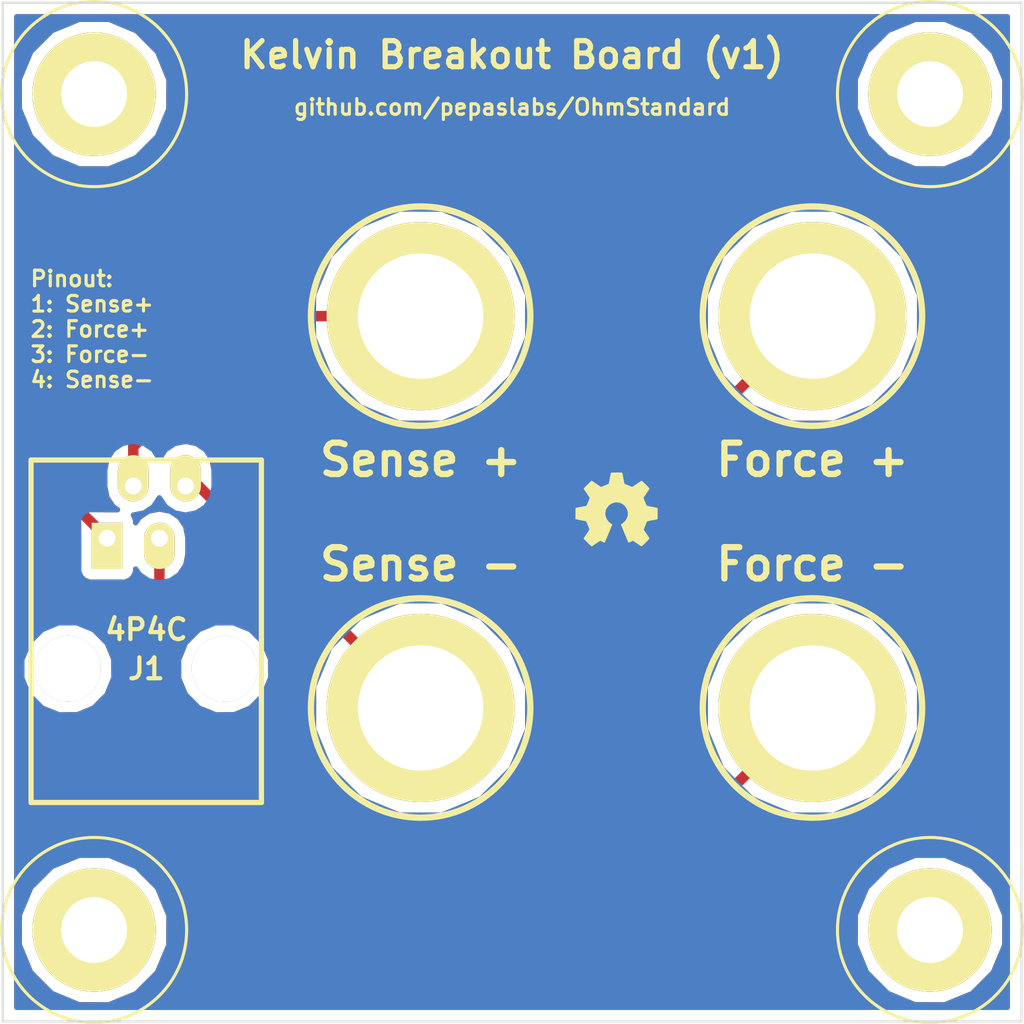
<source format=kicad_pcb>
(kicad_pcb (version 3) (host pcbnew "(2013-07-07 BZR 4022)-stable")

  (general
    (links 4)
    (no_connects 0)
    (area 164.715999 87.880999 215.014001 138.179001)
    (thickness 1.6)
    (drawings 7)
    (tracks 16)
    (zones 0)
    (modules 10)
    (nets 5)
  )

  (page A3)
  (layers
    (15 F.Cu signal)
    (0 B.Cu signal)
    (16 B.Adhes user)
    (17 F.Adhes user)
    (18 B.Paste user)
    (19 F.Paste user)
    (20 B.SilkS user)
    (21 F.SilkS user)
    (22 B.Mask user)
    (23 F.Mask user)
    (24 Dwgs.User user)
    (25 Cmts.User user)
    (26 Eco1.User user)
    (27 Eco2.User user)
    (28 Edge.Cuts user)
  )

  (setup
    (last_trace_width 0.508)
    (user_trace_width 0.508)
    (trace_clearance 0.254)
    (zone_clearance 0.508)
    (zone_45_only no)
    (trace_min 0.254)
    (segment_width 0.2)
    (edge_width 0.1)
    (via_size 0.889)
    (via_drill 0.635)
    (via_min_size 0.889)
    (via_min_drill 0.508)
    (uvia_size 0.508)
    (uvia_drill 0.127)
    (uvias_allowed no)
    (uvia_min_size 0.508)
    (uvia_min_drill 0.127)
    (pcb_text_width 0.3)
    (pcb_text_size 1.5 1.5)
    (mod_edge_width 0.15)
    (mod_text_size 1 1)
    (mod_text_width 0.15)
    (pad_size 1.5 1.5)
    (pad_drill 0.6)
    (pad_to_mask_clearance 0)
    (aux_axis_origin 0 0)
    (visible_elements FFFFFFBF)
    (pcbplotparams
      (layerselection 284196865)
      (usegerberextensions true)
      (excludeedgelayer true)
      (linewidth 0.150000)
      (plotframeref false)
      (viasonmask false)
      (mode 1)
      (useauxorigin false)
      (hpglpennumber 1)
      (hpglpenspeed 20)
      (hpglpendiameter 15)
      (hpglpenoverlay 2)
      (psnegative false)
      (psa4output false)
      (plotreference true)
      (plotvalue true)
      (plotothertext true)
      (plotinvisibletext false)
      (padsonsilk false)
      (subtractmaskfromsilk false)
      (outputformat 1)
      (mirror false)
      (drillshape 0)
      (scaleselection 1)
      (outputdirectory gerbers_kelvin_breakout/))
  )

  (net 0 "")
  (net 1 N-000001)
  (net 2 N-000006)
  (net 3 N-000007)
  (net 4 N-000008)

  (net_class Default "This is the default net class."
    (clearance 0.254)
    (trace_width 0.254)
    (via_dia 0.889)
    (via_drill 0.635)
    (uvia_dia 0.508)
    (uvia_drill 0.127)
    (add_net "")
    (add_net N-000001)
    (add_net N-000006)
    (add_net N-000007)
    (add_net N-000008)
  )

  (module Banana_A (layer F.Cu) (tedit 53B10222) (tstamp 53B0FF3B)
    (at 185.42 103.505)
    (path /53B0FE1B)
    (fp_text reference P1 (at 0 -6) (layer F.SilkS) hide
      (effects (font (size 0.762 0.762) (thickness 0.1524)))
    )
    (fp_text value "Sense +" (at 0 6.985) (layer F.SilkS)
      (effects (font (size 1.524 1.524) (thickness 0.3048)))
    )
    (fp_circle (center 0 0) (end 5.334 0) (layer F.SilkS) (width 0.3048))
    (pad 1 thru_hole circle (at 0 0) (size 9.144 9.144) (drill 6.096)
      (layers *.Cu *.Mask F.SilkS)
      (net 4 N-000008)
    )
  )

  (module Banana_A (layer F.Cu) (tedit 53B10241) (tstamp 53B0FF41)
    (at 204.47 103.505)
    (path /53B0FE2A)
    (fp_text reference P2 (at 0 -6) (layer F.SilkS) hide
      (effects (font (size 0.762 0.762) (thickness 0.1524)))
    )
    (fp_text value "Force +" (at 0 6.985) (layer F.SilkS)
      (effects (font (size 1.524 1.524) (thickness 0.3048)))
    )
    (fp_circle (center 0 0) (end 5.334 0) (layer F.SilkS) (width 0.3048))
    (pad 1 thru_hole circle (at 0 0) (size 9.144 9.144) (drill 6.096)
      (layers *.Cu *.Mask F.SilkS)
      (net 1 N-000001)
    )
  )

  (module Banana_A (layer F.Cu) (tedit 53B1026A) (tstamp 53B0FF47)
    (at 204.47 122.555)
    (path /53B0FE39)
    (fp_text reference P3 (at 0 -6) (layer F.SilkS) hide
      (effects (font (size 0.762 0.762) (thickness 0.1524)))
    )
    (fp_text value "Force -" (at 0 -6.985) (layer F.SilkS)
      (effects (font (size 1.524 1.524) (thickness 0.3048)))
    )
    (fp_circle (center 0 0) (end 5.334 0) (layer F.SilkS) (width 0.3048))
    (pad 1 thru_hole circle (at 0 0) (size 9.144 9.144) (drill 6.096)
      (layers *.Cu *.Mask F.SilkS)
      (net 3 N-000007)
    )
  )

  (module Banana_A (layer F.Cu) (tedit 53B10278) (tstamp 53B0FF4D)
    (at 185.42 122.555)
    (path /53B0FE48)
    (fp_text reference P4 (at 0 -6) (layer F.SilkS) hide
      (effects (font (size 0.762 0.762) (thickness 0.1524)))
    )
    (fp_text value "Sense -" (at 0 -6.985) (layer F.SilkS)
      (effects (font (size 1.524 1.524) (thickness 0.3048)))
    )
    (fp_circle (center 0 0) (end 5.334 0) (layer F.SilkS) (width 0.3048))
    (pad 1 thru_hole circle (at 0 0) (size 9.144 9.144) (drill 6.096)
      (layers *.Cu *.Mask F.SilkS)
      (net 2 N-000006)
    )
  )

  (module A-2014-3-4-N-T-R_059Bo (layer F.Cu) (tedit 53B0F156) (tstamp 53B0FF5B)
    (at 170.18 114.3)
    (path /53B0FE0C)
    (fp_text reference J1 (at 1.905 6.35) (layer F.SilkS)
      (effects (font (size 1.016 1.016) (thickness 0.2032)))
    )
    (fp_text value 4P4C (at 1.905 4.445) (layer F.SilkS)
      (effects (font (size 1.016 1.016) (thickness 0.2032)))
    )
    (fp_line (start -3.7 -3.8) (end -3.7 12.85) (layer F.SilkS) (width 0.254))
    (fp_line (start 7.5 -3.8) (end 7.5 12.85) (layer F.SilkS) (width 0.254))
    (fp_line (start -3.7 -3.8) (end 7.5 -3.8) (layer F.SilkS) (width 0.254))
    (fp_line (start -3.7 12.85) (end 7.5 12.85) (layer F.SilkS) (width 0.254))
    (pad 2 thru_hole oval (at 1.27 -2.54) (size 1.4986 2.2479) (drill 0.8128 (offset 0 -0.37465))
      (layers *.Cu *.Mask F.SilkS)
      (net 1 N-000001)
    )
    (pad 4 thru_hole oval (at 3.81 -2.54) (size 1.4986 2.2479) (drill 0.8128 (offset 0 -0.37465))
      (layers *.Cu *.Mask F.SilkS)
      (net 2 N-000006)
    )
    (pad 1 thru_hole rect (at 0 0) (size 1.4986 2.2479) (drill 0.8128 (offset 0 0.37465))
      (layers *.Cu *.Mask F.SilkS)
      (net 4 N-000008)
    )
    (pad 3 thru_hole oval (at 2.54 0) (size 1.4986 2.2479) (drill 0.8128 (offset 0 0.37465))
      (layers *.Cu *.Mask F.SilkS)
      (net 3 N-000007)
    )
    (pad "" thru_hole circle (at 5.71 6.35) (size 3.2 3.2) (drill 3.2)
      (layers *.Cu *.Mask F.SilkS)
    )
    (pad "" thru_hole circle (at -1.91 6.35) (size 3.2 3.2) (drill 3.2)
      (layers *.Cu *.Mask F.SilkS)
    )
  )

  (module hole_M3 (layer F.Cu) (tedit 532CF1F1) (tstamp 53B0FFD2)
    (at 210.185 133.35)
    (descr "M3 mounting hole")
    (path /53B0FFA6)
    (fp_text reference H1 (at 0 -3.048) (layer F.SilkS) hide
      (effects (font (size 1.016 1.016) (thickness 0.254)))
    )
    (fp_text value HOLE (at 0 2.794) (layer F.SilkS) hide
      (effects (font (size 1.016 1.016) (thickness 0.254)))
    )
    (fp_circle (center 0 0) (end 4.5 0) (layer F.SilkS) (width 0.15))
    (pad 1 thru_hole circle (at 0 0) (size 6 6) (drill 3.2)
      (layers *.Cu *.Mask F.SilkS)
    )
  )

  (module hole_M3 (layer F.Cu) (tedit 532CF1F1) (tstamp 53B0FFD8)
    (at 210.185 92.71)
    (descr "M3 mounting hole")
    (path /53B0FFB5)
    (fp_text reference H2 (at 0 -3.048) (layer F.SilkS) hide
      (effects (font (size 1.016 1.016) (thickness 0.254)))
    )
    (fp_text value HOLE (at 0 2.794) (layer F.SilkS) hide
      (effects (font (size 1.016 1.016) (thickness 0.254)))
    )
    (fp_circle (center 0 0) (end 4.5 0) (layer F.SilkS) (width 0.15))
    (pad 1 thru_hole circle (at 0 0) (size 6 6) (drill 3.2)
      (layers *.Cu *.Mask F.SilkS)
    )
  )

  (module hole_M3 (layer F.Cu) (tedit 532CF1F1) (tstamp 53B0FFDE)
    (at 169.545 133.35)
    (descr "M3 mounting hole")
    (path /53B0FFC4)
    (fp_text reference H3 (at 0 -3.048) (layer F.SilkS) hide
      (effects (font (size 1.016 1.016) (thickness 0.254)))
    )
    (fp_text value HOLE (at 0 2.794) (layer F.SilkS) hide
      (effects (font (size 1.016 1.016) (thickness 0.254)))
    )
    (fp_circle (center 0 0) (end 4.5 0) (layer F.SilkS) (width 0.15))
    (pad 1 thru_hole circle (at 0 0) (size 6 6) (drill 3.2)
      (layers *.Cu *.Mask F.SilkS)
    )
  )

  (module hole_M3 (layer F.Cu) (tedit 532CF1F1) (tstamp 53B0FFE4)
    (at 169.545 92.71)
    (descr "M3 mounting hole")
    (path /53B0FFD3)
    (fp_text reference H4 (at 0 -3.048) (layer F.SilkS) hide
      (effects (font (size 1.016 1.016) (thickness 0.254)))
    )
    (fp_text value HOLE (at 0 2.794) (layer F.SilkS) hide
      (effects (font (size 1.016 1.016) (thickness 0.254)))
    )
    (fp_circle (center 0 0) (end 4.5 0) (layer F.SilkS) (width 0.15))
    (pad 1 thru_hole circle (at 0 0) (size 6 6) (drill 3.2)
      (layers *.Cu *.Mask F.SilkS)
    )
  )

  (module OSHW-logo_silkscreen-front_4mm (layer F.Cu) (tedit 0) (tstamp 53B164C1)
    (at 194.945 112.903)
    (fp_text reference G*** (at 0 2.1209) (layer F.SilkS) hide
      (effects (font (size 0.18034 0.18034) (thickness 0.03556)))
    )
    (fp_text value OSHW-logo_silkscreen-front_4mm (at 0 -2.1209) (layer F.SilkS) hide
      (effects (font (size 0.18034 0.18034) (thickness 0.03556)))
    )
    (fp_poly (pts (xy -1.21158 1.79578) (xy -1.19126 1.78562) (xy -1.143 1.75514) (xy -1.07696 1.71196)
      (xy -0.99822 1.65862) (xy -0.91948 1.60528) (xy -0.85344 1.5621) (xy -0.80772 1.53162)
      (xy -0.78994 1.52146) (xy -0.77978 1.524) (xy -0.74168 1.54432) (xy -0.6858 1.57226)
      (xy -0.65532 1.5875) (xy -0.60452 1.61036) (xy -0.57912 1.61544) (xy -0.57658 1.60782)
      (xy -0.55626 1.56972) (xy -0.52832 1.50368) (xy -0.49022 1.41732) (xy -0.44704 1.31572)
      (xy -0.40132 1.2065) (xy -0.3556 1.09474) (xy -0.30988 0.98806) (xy -0.27178 0.89154)
      (xy -0.23876 0.81534) (xy -0.21844 0.75946) (xy -0.21082 0.7366) (xy -0.21336 0.73152)
      (xy -0.23876 0.70866) (xy -0.28194 0.67564) (xy -0.37846 0.5969) (xy -0.4699 0.48006)
      (xy -0.52832 0.34798) (xy -0.5461 0.20066) (xy -0.53086 0.06604) (xy -0.47752 -0.0635)
      (xy -0.38608 -0.18288) (xy -0.27432 -0.26924) (xy -0.14478 -0.32512) (xy 0 -0.3429)
      (xy 0.1397 -0.32766) (xy 0.27178 -0.27432) (xy 0.39116 -0.18542) (xy 0.43942 -0.127)
      (xy 0.508 -0.00762) (xy 0.54864 0.11938) (xy 0.55118 0.14986) (xy 0.5461 0.2921)
      (xy 0.50546 0.42672) (xy 0.4318 0.5461) (xy 0.32766 0.64516) (xy 0.31496 0.65532)
      (xy 0.2667 0.69088) (xy 0.23622 0.71374) (xy 0.21082 0.73406) (xy 0.38862 1.16586)
      (xy 0.41656 1.23444) (xy 0.46736 1.35128) (xy 0.51054 1.45288) (xy 0.54356 1.53416)
      (xy 0.56896 1.5875) (xy 0.57912 1.61036) (xy 0.57912 1.61036) (xy 0.59436 1.6129)
      (xy 0.62738 1.6002) (xy 0.68834 1.57226) (xy 0.72898 1.55194) (xy 0.7747 1.52908)
      (xy 0.79502 1.52146) (xy 0.8128 1.53162) (xy 0.85598 1.55956) (xy 0.91948 1.60274)
      (xy 0.99568 1.65354) (xy 1.06934 1.70434) (xy 1.13792 1.75006) (xy 1.18618 1.78054)
      (xy 1.21158 1.79324) (xy 1.21412 1.79324) (xy 1.23444 1.78054) (xy 1.27508 1.75006)
      (xy 1.3335 1.69418) (xy 1.41478 1.6129) (xy 1.42748 1.6002) (xy 1.49606 1.52908)
      (xy 1.55194 1.47066) (xy 1.59004 1.43002) (xy 1.60274 1.41224) (xy 1.60274 1.41224)
      (xy 1.59004 1.38684) (xy 1.55956 1.33858) (xy 1.51384 1.27) (xy 1.4605 1.19126)
      (xy 1.31826 0.98298) (xy 1.397 0.7874) (xy 1.41986 0.72898) (xy 1.45034 0.65532)
      (xy 1.4732 0.60452) (xy 1.4859 0.58166) (xy 1.50622 0.57404) (xy 1.55956 0.56134)
      (xy 1.6383 0.54356) (xy 1.72974 0.52832) (xy 1.81864 0.51054) (xy 1.89738 0.4953)
      (xy 1.9558 0.48514) (xy 1.9812 0.48006) (xy 1.98628 0.47498) (xy 1.99136 0.46228)
      (xy 1.99644 0.43688) (xy 1.99644 0.38862) (xy 1.99898 0.31242) (xy 1.99898 0.20066)
      (xy 1.99898 0.1905) (xy 1.99644 0.08382) (xy 1.99644 0) (xy 1.9939 -0.05334)
      (xy 1.98882 -0.07366) (xy 1.98882 -0.07366) (xy 1.96342 -0.08128) (xy 1.90754 -0.09144)
      (xy 1.8288 -0.10922) (xy 1.73228 -0.127) (xy 1.7272 -0.127) (xy 1.63322 -0.14478)
      (xy 1.55448 -0.16256) (xy 1.4986 -0.17526) (xy 1.47574 -0.18288) (xy 1.47066 -0.18796)
      (xy 1.45034 -0.22606) (xy 1.4224 -0.28448) (xy 1.39192 -0.3556) (xy 1.36144 -0.42926)
      (xy 1.3335 -0.49784) (xy 1.31572 -0.5461) (xy 1.31064 -0.56896) (xy 1.31064 -0.56896)
      (xy 1.32588 -0.59182) (xy 1.3589 -0.64262) (xy 1.40462 -0.70866) (xy 1.4605 -0.78994)
      (xy 1.46304 -0.79756) (xy 1.51892 -0.8763) (xy 1.5621 -0.94488) (xy 1.59258 -0.99314)
      (xy 1.60274 -1.01346) (xy 1.60274 -1.016) (xy 1.58496 -1.03886) (xy 1.54432 -1.08458)
      (xy 1.4859 -1.14554) (xy 1.41478 -1.21666) (xy 1.39192 -1.23698) (xy 1.31572 -1.31318)
      (xy 1.26238 -1.36398) (xy 1.22682 -1.38938) (xy 1.21158 -1.397) (xy 1.21158 -1.39446)
      (xy 1.18618 -1.38176) (xy 1.13538 -1.34874) (xy 1.0668 -1.30048) (xy 0.98552 -1.24714)
      (xy 0.98044 -1.24206) (xy 0.9017 -1.18872) (xy 0.83566 -1.143) (xy 0.7874 -1.11252)
      (xy 0.76708 -1.09982) (xy 0.762 -1.09982) (xy 0.73152 -1.10998) (xy 0.6731 -1.12776)
      (xy 0.60452 -1.1557) (xy 0.53086 -1.18618) (xy 0.46228 -1.21412) (xy 0.41148 -1.23698)
      (xy 0.38862 -1.24968) (xy 0.38862 -1.25222) (xy 0.37846 -1.28016) (xy 0.36576 -1.34112)
      (xy 0.34798 -1.4224) (xy 0.3302 -1.52146) (xy 0.32766 -1.5367) (xy 0.30988 -1.63068)
      (xy 0.29464 -1.70942) (xy 0.28194 -1.7653) (xy 0.27686 -1.78816) (xy 0.26416 -1.7907)
      (xy 0.2159 -1.79324) (xy 0.14478 -1.79578) (xy 0.05842 -1.79578) (xy -0.03048 -1.79578)
      (xy -0.11684 -1.79324) (xy -0.19304 -1.7907) (xy -0.24638 -1.78816) (xy -0.26924 -1.78308)
      (xy -0.27178 -1.78054) (xy -0.2794 -1.7526) (xy -0.2921 -1.69164) (xy -0.30988 -1.61036)
      (xy -0.32766 -1.5113) (xy -0.3302 -1.49352) (xy -0.34798 -1.39954) (xy -0.36576 -1.3208)
      (xy -0.37592 -1.26746) (xy -0.38354 -1.24714) (xy -0.39116 -1.24206) (xy -0.42926 -1.22428)
      (xy -0.49276 -1.19888) (xy -0.57404 -1.16586) (xy -0.75692 -1.0922) (xy -0.98044 -1.24714)
      (xy -1.00076 -1.25984) (xy -1.08204 -1.31572) (xy -1.14808 -1.3589) (xy -1.1938 -1.38938)
      (xy -1.21412 -1.39954) (xy -1.21412 -1.39954) (xy -1.23698 -1.37922) (xy -1.2827 -1.33858)
      (xy -1.34366 -1.27762) (xy -1.41224 -1.20904) (xy -1.46558 -1.1557) (xy -1.52654 -1.0922)
      (xy -1.56718 -1.05156) (xy -1.5875 -1.02362) (xy -1.59512 -1.00584) (xy -1.59258 -0.99568)
      (xy -1.57988 -0.97282) (xy -1.54686 -0.92456) (xy -1.50114 -0.85598) (xy -1.44526 -0.77724)
      (xy -1.39954 -0.70866) (xy -1.35128 -0.635) (xy -1.3208 -0.58166) (xy -1.3081 -0.55372)
      (xy -1.31064 -0.54356) (xy -1.32842 -0.50038) (xy -1.35382 -0.4318) (xy -1.38684 -0.35306)
      (xy -1.46558 -0.17526) (xy -1.58242 -0.15494) (xy -1.65354 -0.1397) (xy -1.7526 -0.12192)
      (xy -1.84658 -0.10414) (xy -1.9939 -0.07366) (xy -1.99898 0.46482) (xy -1.97612 0.47498)
      (xy -1.95326 0.4826) (xy -1.89992 0.49276) (xy -1.82118 0.508) (xy -1.72974 0.52578)
      (xy -1.651 0.54102) (xy -1.57226 0.55626) (xy -1.51638 0.56642) (xy -1.49098 0.5715)
      (xy -1.48336 0.58166) (xy -1.46304 0.61976) (xy -1.4351 0.68072) (xy -1.40462 0.75438)
      (xy -1.37414 0.82804) (xy -1.3462 0.89916) (xy -1.32588 0.9525) (xy -1.31826 0.98044)
      (xy -1.32842 1.00076) (xy -1.3589 1.04648) (xy -1.40208 1.11252) (xy -1.45542 1.19126)
      (xy -1.5113 1.27) (xy -1.55448 1.33858) (xy -1.5875 1.38684) (xy -1.6002 1.40716)
      (xy -1.59258 1.4224) (xy -1.5621 1.4605) (xy -1.50368 1.52146) (xy -1.41478 1.61036)
      (xy -1.39954 1.62306) (xy -1.33096 1.69164) (xy -1.27 1.74498) (xy -1.22936 1.78308)
      (xy -1.21158 1.79578)) (layer F.SilkS) (width 0.00254))
  )

  (gr_text github.com/pepaslabs/OhmStandard (at 189.865 93.345) (layer F.SilkS)
    (effects (font (size 0.762 0.762) (thickness 0.1524)))
  )
  (gr_text "Kelvin Breakout Board (v1)" (at 189.865 90.805) (layer F.SilkS)
    (effects (font (size 1.27 1.27) (thickness 0.254)))
  )
  (gr_text "Pinout:\n1: Sense+\n2: Force+\n3: Force-\n4: Sense-" (at 166.37 104.14) (layer F.SilkS)
    (effects (font (size 0.762 0.762) (thickness 0.1524)) (justify left))
  )
  (gr_line (start 165.1 137.795) (end 165.1 88.265) (angle 90) (layer Edge.Cuts) (width 0.1))
  (gr_line (start 214.63 137.795) (end 165.1 137.795) (angle 90) (layer Edge.Cuts) (width 0.1))
  (gr_line (start 214.63 88.265) (end 214.63 137.795) (angle 90) (layer Edge.Cuts) (width 0.1))
  (gr_line (start 165.1 88.265) (end 214.63 88.265) (angle 90) (layer Edge.Cuts) (width 0.1))

  (segment (start 171.45 111.76) (end 171.45 109.855) (width 0.508) (layer F.Cu) (net 1) (status 400000))
  (segment (start 196.85 111.125) (end 204.47 103.505) (width 0.508) (layer F.Cu) (net 1) (tstamp 53B164E7) (status 800000))
  (segment (start 180.34 111.125) (end 196.85 111.125) (width 0.508) (layer F.Cu) (net 1) (tstamp 53B164E5))
  (segment (start 177.8 108.585) (end 180.34 111.125) (width 0.508) (layer F.Cu) (net 1) (tstamp 53B164E3))
  (segment (start 172.72 108.585) (end 177.8 108.585) (width 0.508) (layer F.Cu) (net 1) (tstamp 53B164E2))
  (segment (start 171.45 109.855) (end 172.72 108.585) (width 0.508) (layer F.Cu) (net 1) (tstamp 53B164E1))
  (segment (start 173.99 111.76) (end 174.625 111.76) (width 0.508) (layer F.Cu) (net 2) (status C00000))
  (segment (start 174.625 111.76) (end 185.42 122.555) (width 0.508) (layer F.Cu) (net 2) (tstamp 53B164DE) (status C00000))
  (segment (start 172.72 114.3) (end 172.72 122.555) (width 0.508) (layer F.Cu) (net 3) (status 400000))
  (segment (start 196.215 130.81) (end 204.47 122.555) (width 0.508) (layer F.Cu) (net 3) (tstamp 53B164EF) (status 800000))
  (segment (start 180.975 130.81) (end 196.215 130.81) (width 0.508) (layer F.Cu) (net 3) (tstamp 53B164ED))
  (segment (start 172.72 122.555) (end 180.975 130.81) (width 0.508) (layer F.Cu) (net 3) (tstamp 53B164EB))
  (segment (start 170.18 114.3) (end 168.91 113.03) (width 0.508) (layer F.Cu) (net 4) (status 400000))
  (segment (start 174.625 103.505) (end 185.42 103.505) (width 0.508) (layer F.Cu) (net 4) (tstamp 53B164DA) (status 800000))
  (segment (start 168.91 109.22) (end 174.625 103.505) (width 0.508) (layer F.Cu) (net 4) (tstamp 53B164D8))
  (segment (start 168.91 113.03) (end 168.91 109.22) (width 0.508) (layer F.Cu) (net 4) (tstamp 53B164D7))

  (zone (net 0) (net_name "") (layer F.Cu) (tstamp 53B164F3) (hatch edge 0.508)
    (connect_pads (clearance 0.508))
    (min_thickness 0.254)
    (fill (arc_segments 16) (thermal_gap 0.508) (thermal_bridge_width 0.508))
    (polygon
      (pts
        (xy 214.63 137.795) (xy 165.1 137.795) (xy 165.1 88.265) (xy 214.63 88.265)
      )
    )
    (filled_polygon
      (pts
        (xy 213.945 137.11) (xy 213.823566 137.11) (xy 213.823566 132.645125) (xy 213.823566 92.005125) (xy 213.820622 91.997916)
        (xy 213.820629 91.990126) (xy 213.547344 91.328727) (xy 213.276853 90.666361) (xy 213.268486 90.653839) (xy 213.268399 90.653628)
        (xy 213.268235 90.653464) (xy 213.256277 90.635567) (xy 213.235139 90.62031) (xy 212.270318 89.653805) (xy 212.259433 89.638723)
        (xy 212.252251 89.635706) (xy 212.24675 89.630195) (xy 211.585909 89.355789) (xy 210.926199 89.078659) (xy 210.918411 89.07862)
        (xy 210.911218 89.075633) (xy 210.195542 89.075008) (xy 209.480125 89.071434) (xy 209.472916 89.074377) (xy 209.465126 89.074371)
        (xy 208.803727 89.347655) (xy 208.141361 89.618147) (xy 208.128839 89.626513) (xy 208.128628 89.626601) (xy 208.128464 89.626764)
        (xy 208.110567 89.638723) (xy 208.09531 89.65986) (xy 207.128805 90.624681) (xy 207.113723 90.635567) (xy 207.110706 90.642748)
        (xy 207.105195 90.64825) (xy 206.830789 91.30909) (xy 206.553659 91.968801) (xy 206.55362 91.976588) (xy 206.550633 91.983782)
        (xy 206.550008 92.699457) (xy 206.546434 93.414875) (xy 206.549377 93.422083) (xy 206.549371 93.429874) (xy 206.822655 94.091272)
        (xy 207.093147 94.753639) (xy 207.101513 94.76616) (xy 207.101601 94.766372) (xy 207.101764 94.766535) (xy 207.113723 94.784433)
        (xy 207.13486 94.799689) (xy 208.099681 95.766194) (xy 208.110567 95.781277) (xy 208.117748 95.784293) (xy 208.12325 95.789805)
        (xy 208.78409 96.06421) (xy 209.443801 96.341341) (xy 209.451588 96.341379) (xy 209.458782 96.344367) (xy 210.174457 96.344991)
        (xy 210.889875 96.348566) (xy 210.897083 96.345622) (xy 210.904874 96.345629) (xy 211.566272 96.072344) (xy 212.228639 95.801853)
        (xy 212.24116 95.793486) (xy 212.241372 95.793399) (xy 212.241535 95.793235) (xy 212.259433 95.781277) (xy 212.274689 95.760139)
        (xy 213.241194 94.795318) (xy 213.256277 94.784433) (xy 213.259293 94.777251) (xy 213.264805 94.77175) (xy 213.53921 94.110909)
        (xy 213.816341 93.451199) (xy 213.816379 93.443411) (xy 213.819367 93.436218) (xy 213.819991 92.720542) (xy 213.823566 92.005125)
        (xy 213.823566 132.645125) (xy 213.820622 132.637916) (xy 213.820629 132.630126) (xy 213.547344 131.968727) (xy 213.276853 131.306361)
        (xy 213.268486 131.293839) (xy 213.268399 131.293628) (xy 213.268235 131.293464) (xy 213.256277 131.275567) (xy 213.235139 131.26031)
        (xy 212.270318 130.293805) (xy 212.259433 130.278723) (xy 212.252251 130.275706) (xy 212.24675 130.270195) (xy 211.585909 129.995789)
        (xy 210.926199 129.718659) (xy 210.918411 129.71862) (xy 210.911218 129.715633) (xy 210.195542 129.715008) (xy 209.677902 129.712422)
        (xy 209.677902 121.523808) (xy 208.886854 119.609325) (xy 207.42338 118.143294) (xy 205.51028 117.348906) (xy 203.438808 117.347098)
        (xy 201.524325 118.138146) (xy 200.058294 119.60162) (xy 199.263906 121.51472) (xy 199.262098 123.586192) (xy 200.053146 125.500675)
        (xy 200.160024 125.607739) (xy 195.846763 129.921) (xy 181.343236 129.921) (xy 178.132026 126.70979) (xy 178.132026 121.057654)
        (xy 178.125015 120.632574) (xy 178.125387 120.207381) (xy 178.117697 120.188769) (xy 178.117365 120.168637) (xy 177.80536 119.41539)
        (xy 177.796155 119.41058) (xy 177.785845 119.385628) (xy 177.157679 118.756364) (xy 177.129943 118.744847) (xy 177.12461 118.73464)
        (xy 176.729203 118.578445) (xy 176.336519 118.415389) (xy 176.31638 118.415371) (xy 176.297654 118.407974) (xy 175.872574 118.414984)
        (xy 175.447381 118.414613) (xy 175.428769 118.422302) (xy 175.408637 118.422635) (xy 174.65539 118.73464) (xy 174.65058 118.743844)
        (xy 174.625628 118.754155) (xy 173.996364 119.382321) (xy 173.984847 119.410056) (xy 173.97464 119.41539) (xy 173.818445 119.810796)
        (xy 173.655389 120.203481) (xy 173.655371 120.223619) (xy 173.647974 120.242346) (xy 173.654984 120.667425) (xy 173.654613 121.092619)
        (xy 173.662302 121.11123) (xy 173.662635 121.131363) (xy 173.97464 121.88461) (xy 173.983844 121.889419) (xy 173.994155 121.914372)
        (xy 174.622321 122.543636) (xy 174.650056 122.555152) (xy 174.65539 122.56536) (xy 175.050796 122.721554) (xy 175.443481 122.884611)
        (xy 175.463619 122.884628) (xy 175.482346 122.892026) (xy 175.907425 122.885015) (xy 176.332619 122.885387) (xy 176.35123 122.877697)
        (xy 176.371363 122.877365) (xy 177.12461 122.56536) (xy 177.129419 122.556155) (xy 177.154372 122.545845) (xy 177.783636 121.917679)
        (xy 177.795152 121.889943) (xy 177.80536 121.88461) (xy 177.961554 121.489203) (xy 178.124611 121.096519) (xy 178.124628 121.07638)
        (xy 178.132026 121.057654) (xy 178.132026 126.70979) (xy 173.609 122.186764) (xy 173.609 116.122641) (xy 173.698848 116.062607)
        (xy 173.998926 115.613508) (xy 174.1043 115.083759) (xy 174.1043 114.265541) (xy 173.998926 113.735792) (xy 173.698848 113.286693)
        (xy 173.249749 112.986615) (xy 172.72 112.881241) (xy 172.190251 112.986615) (xy 171.741152 113.286693) (xy 171.56441 113.551206)
        (xy 171.56441 113.424945) (xy 171.467941 113.191471) (xy 171.454381 113.177887) (xy 171.979749 113.073385) (xy 172.428848 112.773307)
        (xy 172.72 112.337566) (xy 173.011152 112.773307) (xy 173.460251 113.073385) (xy 173.99 113.178759) (xy 174.519749 113.073385)
        (xy 174.616501 113.008737) (xy 181.108926 119.501162) (xy 181.008294 119.60162) (xy 180.213906 121.51472) (xy 180.212098 123.586192)
        (xy 181.003146 125.500675) (xy 182.46662 126.966706) (xy 184.37972 127.761094) (xy 186.451192 127.762902) (xy 188.365675 126.971854)
        (xy 189.831706 125.50838) (xy 190.626094 123.59528) (xy 190.627902 121.523808) (xy 189.836854 119.609325) (xy 188.37338 118.143294)
        (xy 186.46028 117.348906) (xy 184.388808 117.347098) (xy 182.474325 118.138146) (xy 182.36726 118.245024) (xy 175.3743 111.252064)
        (xy 175.3743 110.976241) (xy 175.268926 110.446492) (xy 174.968848 109.997393) (xy 174.519749 109.697315) (xy 173.99 109.591941)
        (xy 173.460251 109.697315) (xy 173.011152 109.997393) (xy 172.72 110.433133) (xy 172.483319 110.078916) (xy 173.088236 109.474)
        (xy 177.431764 109.474) (xy 179.711382 111.753618) (xy 179.999794 111.946329) (xy 180.34 112.014) (xy 196.85 112.014)
        (xy 197.190205 111.946329) (xy 197.190206 111.946329) (xy 197.478618 111.753618) (xy 201.416162 107.816073) (xy 201.51662 107.916706)
        (xy 203.42972 108.711094) (xy 205.501192 108.712902) (xy 207.415675 107.921854) (xy 208.881706 106.45838) (xy 209.676094 104.54528)
        (xy 209.677902 102.473808) (xy 208.886854 100.559325) (xy 207.42338 99.093294) (xy 205.51028 98.298906) (xy 203.438808 98.297098)
        (xy 201.524325 99.088146) (xy 200.058294 100.55162) (xy 199.263906 102.46472) (xy 199.262098 104.536192) (xy 200.053146 106.450675)
        (xy 200.160024 106.557739) (xy 196.481763 110.236) (xy 180.708236 110.236) (xy 178.428618 107.956382) (xy 178.140206 107.763671)
        (xy 177.8 107.696) (xy 172.72 107.696) (xy 172.379794 107.763671) (xy 172.091382 107.956382) (xy 170.821382 109.226382)
        (xy 170.628671 109.514794) (xy 170.561 109.855) (xy 170.561 109.937358) (xy 170.471152 109.997393) (xy 170.171074 110.446492)
        (xy 170.0657 110.976241) (xy 170.0657 111.794459) (xy 170.171074 112.324208) (xy 170.471152 112.773307) (xy 170.684093 112.91559)
        (xy 170.052826 112.91559) (xy 169.799 112.661764) (xy 169.799 109.588236) (xy 174.993236 104.394) (xy 180.212222 104.394)
        (xy 180.212098 104.536192) (xy 181.003146 106.450675) (xy 182.46662 107.916706) (xy 184.37972 108.711094) (xy 186.451192 108.712902)
        (xy 188.365675 107.921854) (xy 189.831706 106.45838) (xy 190.626094 104.54528) (xy 190.627902 102.473808) (xy 189.836854 100.559325)
        (xy 188.37338 99.093294) (xy 186.46028 98.298906) (xy 184.388808 98.297098) (xy 182.474325 99.088146) (xy 181.008294 100.55162)
        (xy 180.213906 102.46472) (xy 180.213773 102.616) (xy 174.625 102.616) (xy 174.284794 102.683671) (xy 173.996382 102.876382)
        (xy 173.183566 103.689198) (xy 173.183566 92.005125) (xy 173.180622 91.997916) (xy 173.180629 91.990126) (xy 172.907344 91.328727)
        (xy 172.636853 90.666361) (xy 172.628486 90.653839) (xy 172.628399 90.653628) (xy 172.628235 90.653464) (xy 172.616277 90.635567)
        (xy 172.595139 90.62031) (xy 171.630318 89.653805) (xy 171.619433 89.638723) (xy 171.612251 89.635706) (xy 171.60675 89.630195)
        (xy 170.945909 89.355789) (xy 170.286199 89.078659) (xy 170.278411 89.07862) (xy 170.271218 89.075633) (xy 169.555542 89.075008)
        (xy 168.840125 89.071434) (xy 168.832916 89.074377) (xy 168.825126 89.074371) (xy 168.163727 89.347655) (xy 167.501361 89.618147)
        (xy 167.488839 89.626513) (xy 167.488628 89.626601) (xy 167.488464 89.626764) (xy 167.470567 89.638723) (xy 167.45531 89.65986)
        (xy 166.488805 90.624681) (xy 166.473723 90.635567) (xy 166.470706 90.642748) (xy 166.465195 90.64825) (xy 166.190789 91.30909)
        (xy 165.913659 91.968801) (xy 165.91362 91.976588) (xy 165.910633 91.983782) (xy 165.910008 92.699457) (xy 165.906434 93.414875)
        (xy 165.909377 93.422083) (xy 165.909371 93.429874) (xy 166.182655 94.091272) (xy 166.453147 94.753639) (xy 166.461513 94.76616)
        (xy 166.461601 94.766372) (xy 166.461764 94.766535) (xy 166.473723 94.784433) (xy 166.49486 94.799689) (xy 167.459681 95.766194)
        (xy 167.470567 95.781277) (xy 167.477748 95.784293) (xy 167.48325 95.789805) (xy 168.14409 96.06421) (xy 168.803801 96.341341)
        (xy 168.811588 96.341379) (xy 168.818782 96.344367) (xy 169.534457 96.344991) (xy 170.249875 96.348566) (xy 170.257083 96.345622)
        (xy 170.264874 96.345629) (xy 170.926272 96.072344) (xy 171.588639 95.801853) (xy 171.60116 95.793486) (xy 171.601372 95.793399)
        (xy 171.601535 95.793235) (xy 171.619433 95.781277) (xy 171.634689 95.760139) (xy 172.601194 94.795318) (xy 172.616277 94.784433)
        (xy 172.619293 94.777251) (xy 172.624805 94.77175) (xy 172.89921 94.110909) (xy 173.176341 93.451199) (xy 173.176379 93.443411)
        (xy 173.179367 93.436218) (xy 173.179991 92.720542) (xy 173.183566 92.005125) (xy 173.183566 103.689198) (xy 168.281382 108.591382)
        (xy 168.088671 108.879794) (xy 168.021 109.22) (xy 168.021 113.03) (xy 168.088671 113.370206) (xy 168.281382 113.658618)
        (xy 168.79559 114.172826) (xy 168.79559 115.924355) (xy 168.892059 116.157829) (xy 169.070532 116.336613) (xy 169.303836 116.433489)
        (xy 169.556455 116.43371) (xy 171.055055 116.43371) (xy 171.288529 116.337241) (xy 171.467313 116.158768) (xy 171.564189 115.925464)
        (xy 171.5643 115.797929) (xy 171.741152 116.062607) (xy 171.831 116.122641) (xy 171.831 122.555) (xy 171.898671 122.895206)
        (xy 172.091382 123.183618) (xy 180.346381 131.438617) (xy 180.346382 131.438618) (xy 180.634794 131.631329) (xy 180.974999 131.698999)
        (xy 180.975 131.699) (xy 196.215 131.699) (xy 196.555205 131.631329) (xy 196.555206 131.631329) (xy 196.843618 131.438618)
        (xy 201.416162 126.866073) (xy 201.51662 126.966706) (xy 203.42972 127.761094) (xy 205.501192 127.762902) (xy 207.415675 126.971854)
        (xy 208.881706 125.50838) (xy 209.676094 123.59528) (xy 209.677902 121.523808) (xy 209.677902 129.712422) (xy 209.480125 129.711434)
        (xy 209.472916 129.714377) (xy 209.465126 129.714371) (xy 208.803727 129.987655) (xy 208.141361 130.258147) (xy 208.128839 130.266513)
        (xy 208.128628 130.266601) (xy 208.128464 130.266764) (xy 208.110567 130.278723) (xy 208.09531 130.29986) (xy 207.128805 131.264681)
        (xy 207.113723 131.275567) (xy 207.110706 131.282748) (xy 207.105195 131.28825) (xy 206.830789 131.94909) (xy 206.553659 132.608801)
        (xy 206.55362 132.616588) (xy 206.550633 132.623782) (xy 206.550008 133.339457) (xy 206.546434 134.054875) (xy 206.549377 134.062083)
        (xy 206.549371 134.069874) (xy 206.822655 134.731272) (xy 207.093147 135.393639) (xy 207.101513 135.40616) (xy 207.101601 135.406372)
        (xy 207.101764 135.406535) (xy 207.113723 135.424433) (xy 207.13486 135.439689) (xy 208.099681 136.406194) (xy 208.110567 136.421277)
        (xy 208.117748 136.424293) (xy 208.12325 136.429805) (xy 208.78409 136.70421) (xy 209.443801 136.981341) (xy 209.451588 136.981379)
        (xy 209.458782 136.984367) (xy 210.174457 136.984991) (xy 210.889875 136.988566) (xy 210.897083 136.985622) (xy 210.904874 136.985629)
        (xy 211.566272 136.712344) (xy 212.228639 136.441853) (xy 212.24116 136.433486) (xy 212.241372 136.433399) (xy 212.241535 136.433235)
        (xy 212.259433 136.421277) (xy 212.274689 136.400139) (xy 213.241194 135.435318) (xy 213.256277 135.424433) (xy 213.259293 135.417251)
        (xy 213.264805 135.41175) (xy 213.53921 134.750909) (xy 213.816341 134.091199) (xy 213.816379 134.083411) (xy 213.819367 134.076218)
        (xy 213.819991 133.360542) (xy 213.823566 132.645125) (xy 213.823566 137.11) (xy 173.183566 137.11) (xy 173.183566 132.645125)
        (xy 173.180622 132.637916) (xy 173.180629 132.630126) (xy 172.907344 131.968727) (xy 172.636853 131.306361) (xy 172.628486 131.293839)
        (xy 172.628399 131.293628) (xy 172.628235 131.293464) (xy 172.616277 131.275567) (xy 172.595139 131.26031) (xy 171.630318 130.293805)
        (xy 171.619433 130.278723) (xy 171.612251 130.275706) (xy 171.60675 130.270195) (xy 170.945909 129.995789) (xy 170.512026 129.813524)
        (xy 170.512026 121.057654) (xy 170.505015 120.632574) (xy 170.505387 120.207381) (xy 170.497697 120.188769) (xy 170.497365 120.168637)
        (xy 170.18536 119.41539) (xy 170.176155 119.41058) (xy 170.165845 119.385628) (xy 169.537679 118.756364) (xy 169.509943 118.744847)
        (xy 169.50461 118.73464) (xy 169.109203 118.578445) (xy 168.716519 118.415389) (xy 168.69638 118.415371) (xy 168.677654 118.407974)
        (xy 168.252574 118.414984) (xy 167.827381 118.414613) (xy 167.808769 118.422302) (xy 167.788637 118.422635) (xy 167.03539 118.73464)
        (xy 167.03058 118.743844) (xy 167.005628 118.754155) (xy 166.376364 119.382321) (xy 166.364847 119.410056) (xy 166.35464 119.41539)
        (xy 166.198445 119.810796) (xy 166.035389 120.203481) (xy 166.035371 120.223619) (xy 166.027974 120.242346) (xy 166.034984 120.667425)
        (xy 166.034613 121.092619) (xy 166.042302 121.11123) (xy 166.042635 121.131363) (xy 166.35464 121.88461) (xy 166.363844 121.889419)
        (xy 166.374155 121.914372) (xy 167.002321 122.543636) (xy 167.030056 122.555152) (xy 167.03539 122.56536) (xy 167.430796 122.721554)
        (xy 167.823481 122.884611) (xy 167.843619 122.884628) (xy 167.862346 122.892026) (xy 168.287425 122.885015) (xy 168.712619 122.885387)
        (xy 168.73123 122.877697) (xy 168.751363 122.877365) (xy 169.50461 122.56536) (xy 169.509419 122.556155) (xy 169.534372 122.545845)
        (xy 170.163636 121.917679) (xy 170.175152 121.889943) (xy 170.18536 121.88461) (xy 170.341554 121.489203) (xy 170.504611 121.096519)
        (xy 170.504628 121.07638) (xy 170.512026 121.057654) (xy 170.512026 129.813524) (xy 170.286199 129.718659) (xy 170.278411 129.71862)
        (xy 170.271218 129.715633) (xy 169.555542 129.715008) (xy 168.840125 129.711434) (xy 168.832916 129.714377) (xy 168.825126 129.714371)
        (xy 168.163727 129.987655) (xy 167.501361 130.258147) (xy 167.488839 130.266513) (xy 167.488628 130.266601) (xy 167.488464 130.266764)
        (xy 167.470567 130.278723) (xy 167.45531 130.29986) (xy 166.488805 131.264681) (xy 166.473723 131.275567) (xy 166.470706 131.282748)
        (xy 166.465195 131.28825) (xy 166.190789 131.94909) (xy 165.913659 132.608801) (xy 165.91362 132.616588) (xy 165.910633 132.623782)
        (xy 165.910008 133.339457) (xy 165.906434 134.054875) (xy 165.909377 134.062083) (xy 165.909371 134.069874) (xy 166.182655 134.731272)
        (xy 166.453147 135.393639) (xy 166.461513 135.40616) (xy 166.461601 135.406372) (xy 166.461764 135.406535) (xy 166.473723 135.424433)
        (xy 166.49486 135.439689) (xy 167.459681 136.406194) (xy 167.470567 136.421277) (xy 167.477748 136.424293) (xy 167.48325 136.429805)
        (xy 168.14409 136.70421) (xy 168.803801 136.981341) (xy 168.811588 136.981379) (xy 168.818782 136.984367) (xy 169.534457 136.984991)
        (xy 170.249875 136.988566) (xy 170.257083 136.985622) (xy 170.264874 136.985629) (xy 170.926272 136.712344) (xy 171.588639 136.441853)
        (xy 171.60116 136.433486) (xy 171.601372 136.433399) (xy 171.601535 136.433235) (xy 171.619433 136.421277) (xy 171.634689 136.400139)
        (xy 172.601194 135.435318) (xy 172.616277 135.424433) (xy 172.619293 135.417251) (xy 172.624805 135.41175) (xy 172.89921 134.750909)
        (xy 173.176341 134.091199) (xy 173.176379 134.083411) (xy 173.179367 134.076218) (xy 173.179991 133.360542) (xy 173.183566 132.645125)
        (xy 173.183566 137.11) (xy 165.785 137.11) (xy 165.785 88.95) (xy 213.945 88.95) (xy 213.945 137.11)
      )
    )
  )
  (zone (net 0) (net_name "") (layer B.Cu) (tstamp 53B164F5) (hatch edge 0.508)
    (connect_pads (clearance 0.508))
    (min_thickness 0.254)
    (fill (arc_segments 16) (thermal_gap 0.508) (thermal_bridge_width 0.508))
    (polygon
      (pts
        (xy 214.63 137.795) (xy 165.1 137.795) (xy 165.1 88.265) (xy 214.63 88.265)
      )
    )
    (filled_polygon
      (pts
        (xy 213.945 137.11) (xy 213.823566 137.11) (xy 213.823566 132.645125) (xy 213.823566 92.005125) (xy 213.820622 91.997916)
        (xy 213.820629 91.990126) (xy 213.547344 91.328727) (xy 213.276853 90.666361) (xy 213.268486 90.653839) (xy 213.268399 90.653628)
        (xy 213.268235 90.653464) (xy 213.256277 90.635567) (xy 213.235139 90.62031) (xy 212.270318 89.653805) (xy 212.259433 89.638723)
        (xy 212.252251 89.635706) (xy 212.24675 89.630195) (xy 211.585909 89.355789) (xy 210.926199 89.078659) (xy 210.918411 89.07862)
        (xy 210.911218 89.075633) (xy 210.195542 89.075008) (xy 209.480125 89.071434) (xy 209.472916 89.074377) (xy 209.465126 89.074371)
        (xy 208.803727 89.347655) (xy 208.141361 89.618147) (xy 208.128839 89.626513) (xy 208.128628 89.626601) (xy 208.128464 89.626764)
        (xy 208.110567 89.638723) (xy 208.09531 89.65986) (xy 207.128805 90.624681) (xy 207.113723 90.635567) (xy 207.110706 90.642748)
        (xy 207.105195 90.64825) (xy 206.830789 91.30909) (xy 206.553659 91.968801) (xy 206.55362 91.976588) (xy 206.550633 91.983782)
        (xy 206.550008 92.699457) (xy 206.546434 93.414875) (xy 206.549377 93.422083) (xy 206.549371 93.429874) (xy 206.822655 94.091272)
        (xy 207.093147 94.753639) (xy 207.101513 94.76616) (xy 207.101601 94.766372) (xy 207.101764 94.766535) (xy 207.113723 94.784433)
        (xy 207.13486 94.799689) (xy 208.099681 95.766194) (xy 208.110567 95.781277) (xy 208.117748 95.784293) (xy 208.12325 95.789805)
        (xy 208.78409 96.06421) (xy 209.443801 96.341341) (xy 209.451588 96.341379) (xy 209.458782 96.344367) (xy 210.174457 96.344991)
        (xy 210.889875 96.348566) (xy 210.897083 96.345622) (xy 210.904874 96.345629) (xy 211.566272 96.072344) (xy 212.228639 95.801853)
        (xy 212.24116 95.793486) (xy 212.241372 95.793399) (xy 212.241535 95.793235) (xy 212.259433 95.781277) (xy 212.274689 95.760139)
        (xy 213.241194 94.795318) (xy 213.256277 94.784433) (xy 213.259293 94.777251) (xy 213.264805 94.77175) (xy 213.53921 94.110909)
        (xy 213.816341 93.451199) (xy 213.816379 93.443411) (xy 213.819367 93.436218) (xy 213.819991 92.720542) (xy 213.823566 92.005125)
        (xy 213.823566 132.645125) (xy 213.820622 132.637916) (xy 213.820629 132.630126) (xy 213.547344 131.968727) (xy 213.276853 131.306361)
        (xy 213.268486 131.293839) (xy 213.268399 131.293628) (xy 213.268235 131.293464) (xy 213.256277 131.275567) (xy 213.235139 131.26031)
        (xy 212.270318 130.293805) (xy 212.259433 130.278723) (xy 212.252251 130.275706) (xy 212.24675 130.270195) (xy 211.585909 129.995789)
        (xy 210.926199 129.718659) (xy 210.918411 129.71862) (xy 210.911218 129.715633) (xy 210.195542 129.715008) (xy 209.677902 129.712422)
        (xy 209.677902 121.523808) (xy 209.677902 102.473808) (xy 208.886854 100.559325) (xy 207.42338 99.093294) (xy 205.51028 98.298906)
        (xy 203.438808 98.297098) (xy 201.524325 99.088146) (xy 200.058294 100.55162) (xy 199.263906 102.46472) (xy 199.262098 104.536192)
        (xy 200.053146 106.450675) (xy 201.51662 107.916706) (xy 203.42972 108.711094) (xy 205.501192 108.712902) (xy 207.415675 107.921854)
        (xy 208.881706 106.45838) (xy 209.676094 104.54528) (xy 209.677902 102.473808) (xy 209.677902 121.523808) (xy 208.886854 119.609325)
        (xy 207.42338 118.143294) (xy 205.51028 117.348906) (xy 203.438808 117.347098) (xy 201.524325 118.138146) (xy 200.058294 119.60162)
        (xy 199.263906 121.51472) (xy 199.262098 123.586192) (xy 200.053146 125.500675) (xy 201.51662 126.966706) (xy 203.42972 127.761094)
        (xy 205.501192 127.762902) (xy 207.415675 126.971854) (xy 208.881706 125.50838) (xy 209.676094 123.59528) (xy 209.677902 121.523808)
        (xy 209.677902 129.712422) (xy 209.480125 129.711434) (xy 209.472916 129.714377) (xy 209.465126 129.714371) (xy 208.803727 129.987655)
        (xy 208.141361 130.258147) (xy 208.128839 130.266513) (xy 208.128628 130.266601) (xy 208.128464 130.266764) (xy 208.110567 130.278723)
        (xy 208.09531 130.29986) (xy 207.128805 131.264681) (xy 207.113723 131.275567) (xy 207.110706 131.282748) (xy 207.105195 131.28825)
        (xy 206.830789 131.94909) (xy 206.553659 132.608801) (xy 206.55362 132.616588) (xy 206.550633 132.623782) (xy 206.550008 133.339457)
        (xy 206.546434 134.054875) (xy 206.549377 134.062083) (xy 206.549371 134.069874) (xy 206.822655 134.731272) (xy 207.093147 135.393639)
        (xy 207.101513 135.40616) (xy 207.101601 135.406372) (xy 207.101764 135.406535) (xy 207.113723 135.424433) (xy 207.13486 135.439689)
        (xy 208.099681 136.406194) (xy 208.110567 136.421277) (xy 208.117748 136.424293) (xy 208.12325 136.429805) (xy 208.78409 136.70421)
        (xy 209.443801 136.981341) (xy 209.451588 136.981379) (xy 209.458782 136.984367) (xy 210.174457 136.984991) (xy 210.889875 136.988566)
        (xy 210.897083 136.985622) (xy 210.904874 136.985629) (xy 211.566272 136.712344) (xy 212.228639 136.441853) (xy 212.24116 136.433486)
        (xy 212.241372 136.433399) (xy 212.241535 136.433235) (xy 212.259433 136.421277) (xy 212.274689 136.400139) (xy 213.241194 135.435318)
        (xy 213.256277 135.424433) (xy 213.259293 135.417251) (xy 213.264805 135.41175) (xy 213.53921 134.750909) (xy 213.816341 134.091199)
        (xy 213.816379 134.083411) (xy 213.819367 134.076218) (xy 213.819991 133.360542) (xy 213.823566 132.645125) (xy 213.823566 137.11)
        (xy 190.627902 137.11) (xy 190.627902 121.523808) (xy 190.627902 102.473808) (xy 189.836854 100.559325) (xy 188.37338 99.093294)
        (xy 186.46028 98.298906) (xy 184.388808 98.297098) (xy 182.474325 99.088146) (xy 181.008294 100.55162) (xy 180.213906 102.46472)
        (xy 180.212098 104.536192) (xy 181.003146 106.450675) (xy 182.46662 107.916706) (xy 184.37972 108.711094) (xy 186.451192 108.712902)
        (xy 188.365675 107.921854) (xy 189.831706 106.45838) (xy 190.626094 104.54528) (xy 190.627902 102.473808) (xy 190.627902 121.523808)
        (xy 189.836854 119.609325) (xy 188.37338 118.143294) (xy 186.46028 117.348906) (xy 184.388808 117.347098) (xy 182.474325 118.138146)
        (xy 181.008294 119.60162) (xy 180.213906 121.51472) (xy 180.212098 123.586192) (xy 181.003146 125.500675) (xy 182.46662 126.966706)
        (xy 184.37972 127.761094) (xy 186.451192 127.762902) (xy 188.365675 126.971854) (xy 189.831706 125.50838) (xy 190.626094 123.59528)
        (xy 190.627902 121.523808) (xy 190.627902 137.11) (xy 178.132026 137.11) (xy 178.132026 121.057654) (xy 178.125015 120.632574)
        (xy 178.125387 120.207381) (xy 178.117697 120.188769) (xy 178.117365 120.168637) (xy 177.80536 119.41539) (xy 177.796155 119.41058)
        (xy 177.785845 119.385628) (xy 177.157679 118.756364) (xy 177.129943 118.744847) (xy 177.12461 118.73464) (xy 176.729203 118.578445)
        (xy 176.336519 118.415389) (xy 176.31638 118.415371) (xy 176.297654 118.407974) (xy 175.872574 118.414984) (xy 175.447381 118.414613)
        (xy 175.428769 118.422302) (xy 175.408637 118.422635) (xy 175.3743 118.436857) (xy 175.3743 111.794459) (xy 175.3743 110.976241)
        (xy 175.268926 110.446492) (xy 174.968848 109.997393) (xy 174.519749 109.697315) (xy 173.99 109.591941) (xy 173.460251 109.697315)
        (xy 173.183566 109.882189) (xy 173.183566 92.005125) (xy 173.180622 91.997916) (xy 173.180629 91.990126) (xy 172.907344 91.328727)
        (xy 172.636853 90.666361) (xy 172.628486 90.653839) (xy 172.628399 90.653628) (xy 172.628235 90.653464) (xy 172.616277 90.635567)
        (xy 172.595139 90.62031) (xy 171.630318 89.653805) (xy 171.619433 89.638723) (xy 171.612251 89.635706) (xy 171.60675 89.630195)
        (xy 170.945909 89.355789) (xy 170.286199 89.078659) (xy 170.278411 89.07862) (xy 170.271218 89.075633) (xy 169.555542 89.075008)
        (xy 168.840125 89.071434) (xy 168.832916 89.074377) (xy 168.825126 89.074371) (xy 168.163727 89.347655) (xy 167.501361 89.618147)
        (xy 167.488839 89.626513) (xy 167.488628 89.626601) (xy 167.488464 89.626764) (xy 167.470567 89.638723) (xy 167.45531 89.65986)
        (xy 166.488805 90.624681) (xy 166.473723 90.635567) (xy 166.470706 90.642748) (xy 166.465195 90.64825) (xy 166.190789 91.30909)
        (xy 165.913659 91.968801) (xy 165.91362 91.976588) (xy 165.910633 91.983782) (xy 165.910008 92.699457) (xy 165.906434 93.414875)
        (xy 165.909377 93.422083) (xy 165.909371 93.429874) (xy 166.182655 94.091272) (xy 166.453147 94.753639) (xy 166.461513 94.76616)
        (xy 166.461601 94.766372) (xy 166.461764 94.766535) (xy 166.473723 94.784433) (xy 166.49486 94.799689) (xy 167.459681 95.766194)
        (xy 167.470567 95.781277) (xy 167.477748 95.784293) (xy 167.48325 95.789805) (xy 168.14409 96.06421) (xy 168.803801 96.341341)
        (xy 168.811588 96.341379) (xy 168.818782 96.344367) (xy 169.534457 96.344991) (xy 170.249875 96.348566) (xy 170.257083 96.345622)
        (xy 170.264874 96.345629) (xy 170.926272 96.072344) (xy 171.588639 95.801853) (xy 171.60116 95.793486) (xy 171.601372 95.793399)
        (xy 171.601535 95.793235) (xy 171.619433 95.781277) (xy 171.634689 95.760139) (xy 172.601194 94.795318) (xy 172.616277 94.784433)
        (xy 172.619293 94.777251) (xy 172.624805 94.77175) (xy 172.89921 94.110909) (xy 173.176341 93.451199) (xy 173.176379 93.443411)
        (xy 173.179367 93.436218) (xy 173.179991 92.720542) (xy 173.183566 92.005125) (xy 173.183566 109.882189) (xy 173.011152 109.997393)
        (xy 172.72 110.433133) (xy 172.428848 109.997393) (xy 171.979749 109.697315) (xy 171.45 109.591941) (xy 170.920251 109.697315)
        (xy 170.471152 109.997393) (xy 170.171074 110.446492) (xy 170.0657 110.976241) (xy 170.0657 111.794459) (xy 170.171074 112.324208)
        (xy 170.471152 112.773307) (xy 170.684093 112.91559) (xy 169.304945 112.91559) (xy 169.071471 113.012059) (xy 168.892687 113.190532)
        (xy 168.795811 113.423836) (xy 168.79559 113.676455) (xy 168.79559 115.924355) (xy 168.892059 116.157829) (xy 169.070532 116.336613)
        (xy 169.303836 116.433489) (xy 169.556455 116.43371) (xy 171.055055 116.43371) (xy 171.288529 116.337241) (xy 171.467313 116.158768)
        (xy 171.564189 115.925464) (xy 171.5643 115.797929) (xy 171.741152 116.062607) (xy 172.190251 116.362685) (xy 172.72 116.468059)
        (xy 173.249749 116.362685) (xy 173.698848 116.062607) (xy 173.998926 115.613508) (xy 174.1043 115.083759) (xy 174.1043 114.265541)
        (xy 173.998926 113.735792) (xy 173.698848 113.286693) (xy 173.249749 112.986615) (xy 172.72 112.881241) (xy 172.190251 112.986615)
        (xy 171.741152 113.286693) (xy 171.56441 113.551206) (xy 171.56441 113.424945) (xy 171.467941 113.191471) (xy 171.454381 113.177887)
        (xy 171.979749 113.073385) (xy 172.428848 112.773307) (xy 172.72 112.337566) (xy 173.011152 112.773307) (xy 173.460251 113.073385)
        (xy 173.99 113.178759) (xy 174.519749 113.073385) (xy 174.968848 112.773307) (xy 175.268926 112.324208) (xy 175.3743 111.794459)
        (xy 175.3743 118.436857) (xy 174.65539 118.73464) (xy 174.65058 118.743844) (xy 174.625628 118.754155) (xy 173.996364 119.382321)
        (xy 173.984847 119.410056) (xy 173.97464 119.41539) (xy 173.818445 119.810796) (xy 173.655389 120.203481) (xy 173.655371 120.223619)
        (xy 173.647974 120.242346) (xy 173.654984 120.667425) (xy 173.654613 121.092619) (xy 173.662302 121.11123) (xy 173.662635 121.131363)
        (xy 173.97464 121.88461) (xy 173.983844 121.889419) (xy 173.994155 121.914372) (xy 174.622321 122.543636) (xy 174.650056 122.555152)
        (xy 174.65539 122.56536) (xy 175.050796 122.721554) (xy 175.443481 122.884611) (xy 175.463619 122.884628) (xy 175.482346 122.892026)
        (xy 175.907425 122.885015) (xy 176.332619 122.885387) (xy 176.35123 122.877697) (xy 176.371363 122.877365) (xy 177.12461 122.56536)
        (xy 177.129419 122.556155) (xy 177.154372 122.545845) (xy 177.783636 121.917679) (xy 177.795152 121.889943) (xy 177.80536 121.88461)
        (xy 177.961554 121.489203) (xy 178.124611 121.096519) (xy 178.124628 121.07638) (xy 178.132026 121.057654) (xy 178.132026 137.11)
        (xy 173.183566 137.11) (xy 173.183566 132.645125) (xy 173.180622 132.637916) (xy 173.180629 132.630126) (xy 172.907344 131.968727)
        (xy 172.636853 131.306361) (xy 172.628486 131.293839) (xy 172.628399 131.293628) (xy 172.628235 131.293464) (xy 172.616277 131.275567)
        (xy 172.595139 131.26031) (xy 171.630318 130.293805) (xy 171.619433 130.278723) (xy 171.612251 130.275706) (xy 171.60675 130.270195)
        (xy 170.945909 129.995789) (xy 170.512026 129.813524) (xy 170.512026 121.057654) (xy 170.505015 120.632574) (xy 170.505387 120.207381)
        (xy 170.497697 120.188769) (xy 170.497365 120.168637) (xy 170.18536 119.41539) (xy 170.176155 119.41058) (xy 170.165845 119.385628)
        (xy 169.537679 118.756364) (xy 169.509943 118.744847) (xy 169.50461 118.73464) (xy 169.109203 118.578445) (xy 168.716519 118.415389)
        (xy 168.69638 118.415371) (xy 168.677654 118.407974) (xy 168.252574 118.414984) (xy 167.827381 118.414613) (xy 167.808769 118.422302)
        (xy 167.788637 118.422635) (xy 167.03539 118.73464) (xy 167.03058 118.743844) (xy 167.005628 118.754155) (xy 166.376364 119.382321)
        (xy 166.364847 119.410056) (xy 166.35464 119.41539) (xy 166.198445 119.810796) (xy 166.035389 120.203481) (xy 166.035371 120.223619)
        (xy 166.027974 120.242346) (xy 166.034984 120.667425) (xy 166.034613 121.092619) (xy 166.042302 121.11123) (xy 166.042635 121.131363)
        (xy 166.35464 121.88461) (xy 166.363844 121.889419) (xy 166.374155 121.914372) (xy 167.002321 122.543636) (xy 167.030056 122.555152)
        (xy 167.03539 122.56536) (xy 167.430796 122.721554) (xy 167.823481 122.884611) (xy 167.843619 122.884628) (xy 167.862346 122.892026)
        (xy 168.287425 122.885015) (xy 168.712619 122.885387) (xy 168.73123 122.877697) (xy 168.751363 122.877365) (xy 169.50461 122.56536)
        (xy 169.509419 122.556155) (xy 169.534372 122.545845) (xy 170.163636 121.917679) (xy 170.175152 121.889943) (xy 170.18536 121.88461)
        (xy 170.341554 121.489203) (xy 170.504611 121.096519) (xy 170.504628 121.07638) (xy 170.512026 121.057654) (xy 170.512026 129.813524)
        (xy 170.286199 129.718659) (xy 170.278411 129.71862) (xy 170.271218 129.715633) (xy 169.555542 129.715008) (xy 168.840125 129.711434)
        (xy 168.832916 129.714377) (xy 168.825126 129.714371) (xy 168.163727 129.987655) (xy 167.501361 130.258147) (xy 167.488839 130.266513)
        (xy 167.488628 130.266601) (xy 167.488464 130.266764) (xy 167.470567 130.278723) (xy 167.45531 130.29986) (xy 166.488805 131.264681)
        (xy 166.473723 131.275567) (xy 166.470706 131.282748) (xy 166.465195 131.28825) (xy 166.190789 131.94909) (xy 165.913659 132.608801)
        (xy 165.91362 132.616588) (xy 165.910633 132.623782) (xy 165.910008 133.339457) (xy 165.906434 134.054875) (xy 165.909377 134.062083)
        (xy 165.909371 134.069874) (xy 166.182655 134.731272) (xy 166.453147 135.393639) (xy 166.461513 135.40616) (xy 166.461601 135.406372)
        (xy 166.461764 135.406535) (xy 166.473723 135.424433) (xy 166.49486 135.439689) (xy 167.459681 136.406194) (xy 167.470567 136.421277)
        (xy 167.477748 136.424293) (xy 167.48325 136.429805) (xy 168.14409 136.70421) (xy 168.803801 136.981341) (xy 168.811588 136.981379)
        (xy 168.818782 136.984367) (xy 169.534457 136.984991) (xy 170.249875 136.988566) (xy 170.257083 136.985622) (xy 170.264874 136.985629)
        (xy 170.926272 136.712344) (xy 171.588639 136.441853) (xy 171.60116 136.433486) (xy 171.601372 136.433399) (xy 171.601535 136.433235)
        (xy 171.619433 136.421277) (xy 171.634689 136.400139) (xy 172.601194 135.435318) (xy 172.616277 135.424433) (xy 172.619293 135.417251)
        (xy 172.624805 135.41175) (xy 172.89921 134.750909) (xy 173.176341 134.091199) (xy 173.176379 134.083411) (xy 173.179367 134.076218)
        (xy 173.179991 133.360542) (xy 173.183566 132.645125) (xy 173.183566 137.11) (xy 165.785 137.11) (xy 165.785 88.95)
        (xy 213.945 88.95) (xy 213.945 137.11)
      )
    )
  )
)

</source>
